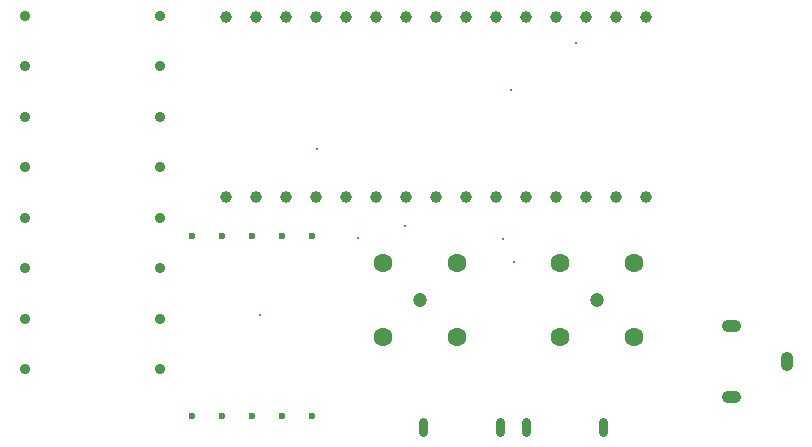
<source format=gbr>
%TF.GenerationSoftware,KiCad,Pcbnew,9.0.6-9.0.6~ubuntu24.04.1*%
%TF.CreationDate,2026-01-09T16:28:50-08:00*%
%TF.ProjectId,MCU Project,4d435520-5072-46f6-9a65-63742e6b6963,rev?*%
%TF.SameCoordinates,Original*%
%TF.FileFunction,Plated,1,2,PTH,Mixed*%
%TF.FilePolarity,Positive*%
%FSLAX46Y46*%
G04 Gerber Fmt 4.6, Leading zero omitted, Abs format (unit mm)*
G04 Created by KiCad (PCBNEW 9.0.6-9.0.6~ubuntu24.04.1) date 2026-01-09 16:28:50*
%MOMM*%
%LPD*%
G01*
G04 APERTURE LIST*
%TA.AperFunction,ViaDrill*%
%ADD10C,0.300000*%
%TD*%
%TA.AperFunction,ComponentDrill*%
%ADD11C,0.599999*%
%TD*%
G04 aperture for slot hole*
%TA.AperFunction,ComponentDrill*%
%ADD12C,0.799998*%
%TD*%
%TA.AperFunction,ComponentDrill*%
%ADD13C,0.889000*%
%TD*%
G04 aperture for slot hole*
%TA.AperFunction,ComponentDrill*%
%ADD14C,0.999998*%
%TD*%
%TA.AperFunction,ComponentDrill*%
%ADD15C,1.000000*%
%TD*%
%TA.AperFunction,ComponentDrill*%
%ADD16C,1.200000*%
%TD*%
%TA.AperFunction,ComponentDrill*%
%ADD17C,1.600000*%
%TD*%
G04 APERTURE END LIST*
D10*
X132750000Y-103500000D03*
X137500000Y-89500000D03*
X140980000Y-97020000D03*
X145000000Y-96003000D03*
X153300000Y-97131473D03*
X154000000Y-84500000D03*
X154250000Y-99000000D03*
X159500000Y-80500000D03*
D11*
%TO.C,U1*%
X126920000Y-96880000D03*
X126920000Y-112120000D03*
X129460000Y-96880000D03*
X129460000Y-112120000D03*
X132000000Y-96880000D03*
X132000000Y-112120000D03*
X134540000Y-96880000D03*
X134540000Y-112120000D03*
X137080000Y-96880000D03*
X137080000Y-112120000D03*
D12*
%TO.C,U3*%
X146500000Y-112600001D02*
X146500000Y-113399999D01*
X153000000Y-112600001D02*
X153000000Y-113399999D01*
%TO.C,U4*%
X155250000Y-113399999D02*
X155250000Y-112600001D01*
X161750000Y-113399999D02*
X161750000Y-112600001D01*
D13*
%TO.C,R1*%
X112785000Y-78170200D03*
%TO.C,R2*%
X112785000Y-82446800D03*
%TO.C,R3*%
X112785000Y-86723400D03*
%TO.C,R4*%
X112785000Y-91000000D03*
%TO.C,R5*%
X112785000Y-95276600D03*
%TO.C,R6*%
X112785000Y-99553200D03*
%TO.C,R7*%
X112785000Y-103829800D03*
%TO.C,R8*%
X112785000Y-108106400D03*
%TO.C,R1*%
X124215000Y-78170200D03*
%TO.C,R2*%
X124215000Y-82446800D03*
%TO.C,R3*%
X124215000Y-86723400D03*
%TO.C,R4*%
X124215000Y-91000000D03*
%TO.C,R5*%
X124215000Y-95276600D03*
%TO.C,R6*%
X124215000Y-99553200D03*
%TO.C,R7*%
X124215000Y-103829800D03*
%TO.C,R8*%
X124215000Y-108106400D03*
D14*
%TO.C,DC1*%
X172350001Y-104500000D02*
X172949999Y-104500000D01*
X172350001Y-110500000D02*
X172949999Y-110500000D01*
X177350000Y-107200001D02*
X177350000Y-107799999D01*
D15*
%TO.C,A1*%
X129840000Y-78260000D03*
X129840000Y-93500000D03*
X132380000Y-78260000D03*
X132380000Y-93500000D03*
X134920000Y-78260000D03*
X134920000Y-93500000D03*
X137460000Y-78260000D03*
X137460000Y-93500000D03*
X140000000Y-78260000D03*
X140000000Y-93500000D03*
X142540000Y-78260000D03*
X142540000Y-93500000D03*
X145080000Y-78260000D03*
X145080000Y-93500000D03*
X147620000Y-78260000D03*
X147620000Y-93500000D03*
X150160000Y-78260000D03*
X150160000Y-93500000D03*
X152700000Y-78260000D03*
X152700000Y-93500000D03*
X155240000Y-78260000D03*
X155240000Y-93500000D03*
X157780000Y-78260000D03*
X157780000Y-93500000D03*
X160320000Y-78260000D03*
X160320000Y-93500000D03*
X162860000Y-78260000D03*
X162860000Y-93500000D03*
X165400000Y-78260000D03*
X165400000Y-93500000D03*
D16*
%TO.C,J1*%
X146250000Y-102250000D03*
%TO.C,J2*%
X161250000Y-102250000D03*
D17*
%TO.C,J1*%
X143100000Y-99100000D03*
X143100000Y-105400000D03*
X149400000Y-99100000D03*
X149400000Y-105400000D03*
%TO.C,J2*%
X158100000Y-99100000D03*
X158100000Y-105400000D03*
X164400000Y-99100000D03*
X164400000Y-105400000D03*
M02*

</source>
